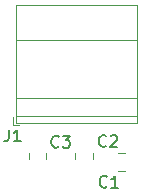
<source format=gbr>
%TF.GenerationSoftware,KiCad,Pcbnew,8.0.7*%
%TF.CreationDate,2024-12-17T11:32:19+05:30*%
%TF.ProjectId,SQR Wave Generator,53515220-5761-4766-9520-47656e657261,rev?*%
%TF.SameCoordinates,Original*%
%TF.FileFunction,Legend,Bot*%
%TF.FilePolarity,Positive*%
%FSLAX46Y46*%
G04 Gerber Fmt 4.6, Leading zero omitted, Abs format (unit mm)*
G04 Created by KiCad (PCBNEW 8.0.7) date 2024-12-17 11:32:19*
%MOMM*%
%LPD*%
G01*
G04 APERTURE LIST*
%ADD10C,0.150000*%
%ADD11C,0.120000*%
G04 APERTURE END LIST*
D10*
X219234633Y-55655380D02*
X219187014Y-55703000D01*
X219187014Y-55703000D02*
X219044157Y-55750619D01*
X219044157Y-55750619D02*
X218948919Y-55750619D01*
X218948919Y-55750619D02*
X218806062Y-55703000D01*
X218806062Y-55703000D02*
X218710824Y-55607761D01*
X218710824Y-55607761D02*
X218663205Y-55512523D01*
X218663205Y-55512523D02*
X218615586Y-55322047D01*
X218615586Y-55322047D02*
X218615586Y-55179190D01*
X218615586Y-55179190D02*
X218663205Y-54988714D01*
X218663205Y-54988714D02*
X218710824Y-54893476D01*
X218710824Y-54893476D02*
X218806062Y-54798238D01*
X218806062Y-54798238D02*
X218948919Y-54750619D01*
X218948919Y-54750619D02*
X219044157Y-54750619D01*
X219044157Y-54750619D02*
X219187014Y-54798238D01*
X219187014Y-54798238D02*
X219234633Y-54845857D01*
X220187014Y-55750619D02*
X219615586Y-55750619D01*
X219901300Y-55750619D02*
X219901300Y-54750619D01*
X219901300Y-54750619D02*
X219806062Y-54893476D01*
X219806062Y-54893476D02*
X219710824Y-54988714D01*
X219710824Y-54988714D02*
X219615586Y-55036333D01*
X215149133Y-52277180D02*
X215101514Y-52324800D01*
X215101514Y-52324800D02*
X214958657Y-52372419D01*
X214958657Y-52372419D02*
X214863419Y-52372419D01*
X214863419Y-52372419D02*
X214720562Y-52324800D01*
X214720562Y-52324800D02*
X214625324Y-52229561D01*
X214625324Y-52229561D02*
X214577705Y-52134323D01*
X214577705Y-52134323D02*
X214530086Y-51943847D01*
X214530086Y-51943847D02*
X214530086Y-51800990D01*
X214530086Y-51800990D02*
X214577705Y-51610514D01*
X214577705Y-51610514D02*
X214625324Y-51515276D01*
X214625324Y-51515276D02*
X214720562Y-51420038D01*
X214720562Y-51420038D02*
X214863419Y-51372419D01*
X214863419Y-51372419D02*
X214958657Y-51372419D01*
X214958657Y-51372419D02*
X215101514Y-51420038D01*
X215101514Y-51420038D02*
X215149133Y-51467657D01*
X215482467Y-51372419D02*
X216101514Y-51372419D01*
X216101514Y-51372419D02*
X215768181Y-51753371D01*
X215768181Y-51753371D02*
X215911038Y-51753371D01*
X215911038Y-51753371D02*
X216006276Y-51800990D01*
X216006276Y-51800990D02*
X216053895Y-51848609D01*
X216053895Y-51848609D02*
X216101514Y-51943847D01*
X216101514Y-51943847D02*
X216101514Y-52181942D01*
X216101514Y-52181942D02*
X216053895Y-52277180D01*
X216053895Y-52277180D02*
X216006276Y-52324800D01*
X216006276Y-52324800D02*
X215911038Y-52372419D01*
X215911038Y-52372419D02*
X215625324Y-52372419D01*
X215625324Y-52372419D02*
X215530086Y-52324800D01*
X215530086Y-52324800D02*
X215482467Y-52277180D01*
X210918466Y-50839019D02*
X210918466Y-51553304D01*
X210918466Y-51553304D02*
X210870847Y-51696161D01*
X210870847Y-51696161D02*
X210775609Y-51791400D01*
X210775609Y-51791400D02*
X210632752Y-51839019D01*
X210632752Y-51839019D02*
X210537514Y-51839019D01*
X211918466Y-51839019D02*
X211347038Y-51839019D01*
X211632752Y-51839019D02*
X211632752Y-50839019D01*
X211632752Y-50839019D02*
X211537514Y-50981876D01*
X211537514Y-50981876D02*
X211442276Y-51077114D01*
X211442276Y-51077114D02*
X211347038Y-51124733D01*
X219162333Y-52230280D02*
X219114714Y-52277900D01*
X219114714Y-52277900D02*
X218971857Y-52325519D01*
X218971857Y-52325519D02*
X218876619Y-52325519D01*
X218876619Y-52325519D02*
X218733762Y-52277900D01*
X218733762Y-52277900D02*
X218638524Y-52182661D01*
X218638524Y-52182661D02*
X218590905Y-52087423D01*
X218590905Y-52087423D02*
X218543286Y-51896947D01*
X218543286Y-51896947D02*
X218543286Y-51754090D01*
X218543286Y-51754090D02*
X218590905Y-51563614D01*
X218590905Y-51563614D02*
X218638524Y-51468376D01*
X218638524Y-51468376D02*
X218733762Y-51373138D01*
X218733762Y-51373138D02*
X218876619Y-51325519D01*
X218876619Y-51325519D02*
X218971857Y-51325519D01*
X218971857Y-51325519D02*
X219114714Y-51373138D01*
X219114714Y-51373138D02*
X219162333Y-51420757D01*
X219543286Y-51420757D02*
X219590905Y-51373138D01*
X219590905Y-51373138D02*
X219686143Y-51325519D01*
X219686143Y-51325519D02*
X219924238Y-51325519D01*
X219924238Y-51325519D02*
X220019476Y-51373138D01*
X220019476Y-51373138D02*
X220067095Y-51420757D01*
X220067095Y-51420757D02*
X220114714Y-51515995D01*
X220114714Y-51515995D02*
X220114714Y-51611233D01*
X220114714Y-51611233D02*
X220067095Y-51754090D01*
X220067095Y-51754090D02*
X219495667Y-52325519D01*
X219495667Y-52325519D02*
X220114714Y-52325519D01*
D11*
%TO.C,C1*%
X220206848Y-52859000D02*
X220729352Y-52859000D01*
X220206848Y-54329000D02*
X220729352Y-54329000D01*
%TO.C,C3*%
X212599600Y-52799348D02*
X212599600Y-53321852D01*
X214069600Y-52799348D02*
X214069600Y-53321852D01*
%TO.C,J1*%
X211256600Y-49753000D02*
X211256600Y-50493000D01*
X211256600Y-50493000D02*
X211756600Y-50493000D01*
X211496600Y-40332000D02*
X211496600Y-50253000D01*
X211496600Y-40332000D02*
X221776600Y-40332000D01*
X211496600Y-43292000D02*
X221776600Y-43292000D01*
X211496600Y-48193000D02*
X221776600Y-48193000D01*
X211496600Y-49693000D02*
X221776600Y-49693000D01*
X211496600Y-50253000D02*
X221776600Y-50253000D01*
X221776600Y-40332000D02*
X221776600Y-50253000D01*
%TO.C,C2*%
X216562000Y-52799348D02*
X216562000Y-53321852D01*
X218032000Y-52799348D02*
X218032000Y-53321852D01*
%TD*%
M02*

</source>
